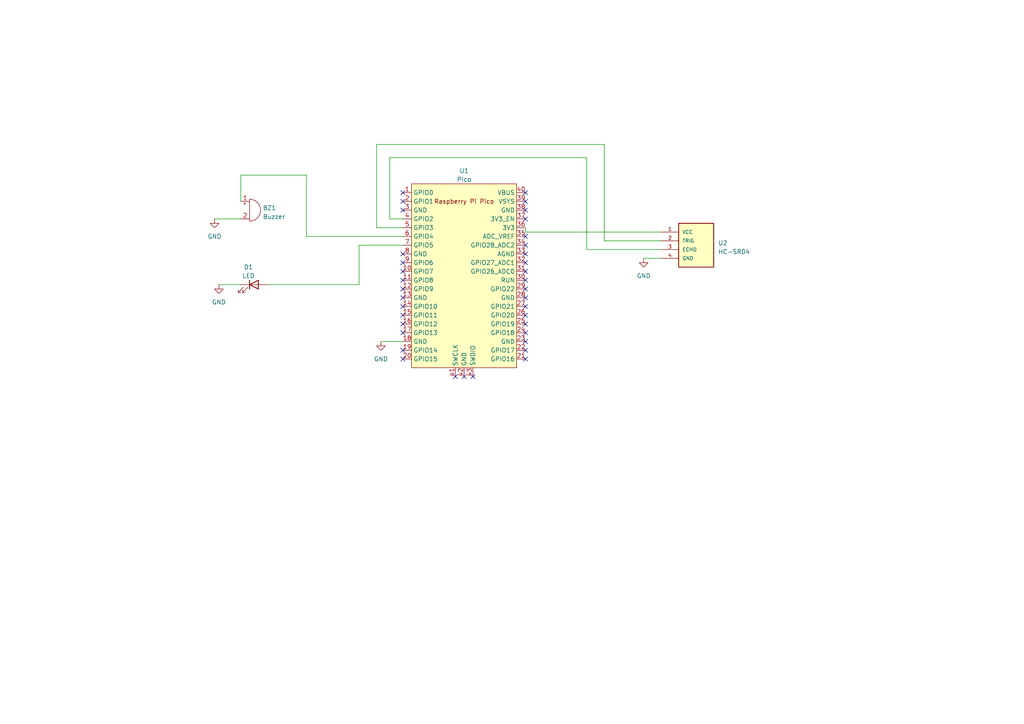
<source format=kicad_sch>
(kicad_sch (version 20230121) (generator eeschema)
  (paper "A4")
  (lib_symbols
    (symbol "Device:Buzzer" (pin_names (offset 0.0254) hide)
      (property "Reference" "BZ" (at 3.81 1.27 0))
      (property "Value" "Buzzer" (at 3.81 -1.27 0))
      (symbol "Buzzer_0_1"
        (arc (start 0 -3.175) (mid 3.1612 0) (end 0 3.175))
        (polyline (pts (xy -1.651 1.905) (xy -1.143 1.905)))
        (polyline (pts (xy -1.397 2.159) (xy -1.397 1.651)))
        (polyline (pts (xy 0 3.175) (xy 0 -3.175)))
      )
      (symbol "Buzzer_1_1"
        (pin passive line (at -2.54 2.54 0) (length 2.54) (name "-") (number "1"))
        (pin passive line (at -2.54 -2.54 0) (length 2.54) (name "+") (number "2"))
      )
    )
    (symbol "Device:LED" (pin_numbers hide) (pin_names (offset 1.016) hide)
      (property "Reference" "D" (at 0 2.54 0))
      (property "Value" "LED" (at 0 -2.54 0))
      (symbol "LED_0_1"
        (polyline (pts (xy -1.27 -1.27) (xy -1.27 1.27)) (stroke (width 0.254)))
        (polyline (pts (xy -1.27 0) (xy 1.27 0)))
        (polyline (pts (xy 1.27 -1.27) (xy 1.27 1.27) (xy -1.27 0) (xy 1.27 -1.27)) (stroke (width 0.254)))
        (polyline (pts (xy -3.048 -0.762) (xy -4.572 -2.286) (xy -3.81 -2.286) (xy -4.572 -2.286) (xy -4.572 -1.524)))
        (polyline (pts (xy -1.778 -0.762) (xy -3.302 -2.286) (xy -2.54 -2.286) (xy -3.302 -2.286) (xy -3.302 -1.524)))
      )
      (symbol "LED_1_1"
        (pin passive line (at -3.81 0 0) (length 2.54) (name "K") (number "1"))
        (pin passive line (at 3.81 0 180) (length 2.54) (name "A") (number "2"))
      )
    )
    (symbol "HC-SR04:HC-SR04" (pin_names (offset 1.016))
      (property "Reference" "U" (at 0 5.0813 0))
      (property "Value" "HC-SR04" (at 0 -10.163 0))
      (symbol "HC-SR04_0_0"
        (rectangle (start 0 -7.62) (end 10.16 5.08) (stroke (width 0.254)) (fill (type background)))
        (pin power_in line (at -5.08 2.54 0) (length 5.08) (name "VCC") (number "1"))
        (pin bidirectional line (at -5.08 0 0) (length 5.08) (name "TRIG") (number "2"))
        (pin bidirectional line (at -5.08 -2.54 0) (length 5.08) (name "ECHO") (number "3"))
        (pin power_in line (at -5.08 -5.08 0) (length 5.08) (name "GND") (number "4"))
      )
    )
    (symbol "MCU_RaspberryPi_and_Boards:Pico"
      (property "Reference" "U" (at -13.97 27.94 0))
      (property "Value" "Pico" (at 0 19.05 0))
      (symbol "Pico_0_0"
        (text "Raspberry Pi Pico" (at 0 21.59 0) (effects (font (size 1.27 1.27))))
      )
      (symbol "Pico_0_1"
        (rectangle (start -15.24 26.67) (end 15.24 -26.67) (fill (type background)))
      )
      (symbol "Pico_1_1"
        (pin bidirectional line (at -17.78 24.13 0) (length 2.54) (name "GPIO0") (number "1"))
        (pin bidirectional line (at -17.78 1.27 0) (length 2.54) (name "GPIO7") (number "10"))
        (pin bidirectional line (at -17.78 -1.27 0) (length 2.54) (name "GPIO8") (number "11"))
        (pin bidirectional line (at -17.78 -3.81 0) (length 2.54) (name "GPIO9") (number "12"))
        (pin power_in line (at -17.78 -6.35 0) (length 2.54) (name "GND") (number "13"))
        (pin bidirectional line (at -17.78 -8.89 0) (length 2.54) (name "GPIO10") (number "14"))
        (pin bidirectional line (at -17.78 -11.43 0) (length 2.54) (name "GPIO11") (number "15"))
        (pin bidirectional line (at -17.78 -13.97 0) (length 2.54) (name "GPIO12") (number "16"))
        (pin bidirectional line (at -17.78 -16.51 0) (length 2.54) (name "GPIO13") (number "17"))
        (pin power_in line (at -17.78 -19.05 0) (length 2.54) (name "GND") (number "18"))
        (pin bidirectional line (at -17.78 -21.59 0) (length 2.54) (name "GPIO14") (number "19"))
        (pin bidirectional line (at -17.78 21.59 0) (length 2.54) (name "GPIO1") (number "2"))
        (pin bidirectional line (at -17.78 -24.13 0) (length 2.54) (name "GPIO15") (number "20"))
        (pin bidirectional line (at 17.78 -24.13 180) (length 2.54) (name "GPIO16") (number "21"))
        (pin bidirectional line (at 17.78 -21.59 180) (length 2.54) (name "GPIO17") (number "22"))
        (pin power_in line (at 17.78 -19.05 180) (length 2.54) (name "GND") (number "23"))
        (pin bidirectional line (at 17.78 -16.51 180) (length 2.54) (name "GPIO18") (number "24"))
        (pin bidirectional line (at 17.78 -13.97 180) (length 2.54) (name "GPIO19") (number "25"))
        (pin bidirectional line (at 17.78 -11.43 180) (length 2.54) (name "GPIO20") (number "26"))
        (pin bidirectional line (at 17.78 -8.89 180) (length 2.54) (name "GPIO21") (number "27"))
        (pin power_in line (at 17.78 -6.35 180) (length 2.54) (name "GND") (number "28"))
        (pin bidirectional line (at 17.78 -3.81 180) (length 2.54) (name "GPIO22") (number "29"))
        (pin power_in line (at -17.78 19.05 0) (length 2.54) (name "GND") (number "3"))
        (pin input line (at 17.78 -1.27 180) (length 2.54) (name "RUN") (number "30"))
        (pin bidirectional line (at 17.78 1.27 180) (length 2.54) (name "GPIO26_ADC0") (number "31"))
        (pin bidirectional line (at 17.78 3.81 180) (length 2.54) (name "GPIO27_ADC1") (number "32"))
        (pin power_in line (at 17.78 6.35 180) (length 2.54) (name "AGND") (number "33"))
        (pin bidirectional line (at 17.78 8.89 180) (length 2.54) (name "GPIO28_ADC2") (number "34"))
        (pin power_in line (at 17.78 11.43 180) (length 2.54) (name "ADC_VREF") (number "35"))
        (pin power_in line (at 17.78 13.97 180) (length 2.54) (name "3V3") (number "36"))
        (pin input line (at 17.78 16.51 180) (length 2.54) (name "3V3_EN") (number "37"))
        (pin bidirectional line (at 17.78 19.05 180) (length 2.54) (name "GND") (number "38"))
        (pin power_in line (at 17.78 21.59 180) (length 2.54) (name "VSYS") (number "39"))
        (pin bidirectional line (at -17.78 16.51 0) (length 2.54) (name "GPIO2") (number "4"))
        (pin power_in line (at 17.78 24.13 180) (length 2.54) (name "VBUS") (number "40"))
        (pin input line (at -2.54 -29.21 90) (length 2.54) (name "SWCLK") (number "41"))
        (pin power_in line (at 0 -29.21 90) (length 2.54) (name "GND") (number "42"))
        (pin bidirectional line (at 2.54 -29.21 90) (length 2.54) (name "SWDIO") (number "43"))
        (pin bidirectional line (at -17.78 13.97 0) (length 2.54) (name "GPIO3") (number "5"))
        (pin bidirectional line (at -17.78 11.43 0) (length 2.54) (name "GPIO4") (number "6"))
        (pin bidirectional line (at -17.78 8.89 0) (length 2.54) (name "GPIO5") (number "7"))
        (pin power_in line (at -17.78 6.35 0) (length 2.54) (name "GND") (number "8"))
        (pin bidirectional line (at -17.78 3.81 0) (length 2.54) (name "GPIO6") (number "9"))
      )
    )
    (symbol "power:GND" (power) (pin_names (offset 0))
      (property "Value" "GND" (at 0 -3.81 0))
      (symbol "GND_0_1"
        (polyline (pts (xy 0 0) (xy 0 -1.27) (xy 1.27 -1.27) (xy 0 -2.54) (xy -1.27 -1.27) (xy 0 -1.27)))
      )
      (symbol "GND_1_1"
        (pin power_in line (at 0 0 270) (length 0) hide (name "GND") (number "1"))
      )
    )
  )
  (no_connect (at 152.4 86.36))
  (no_connect (at 137.16 109.22))
  (no_connect (at 152.4 76.2))
  (no_connect (at 152.4 71.12))
  (no_connect (at 152.4 68.58))
  (no_connect (at 116.84 104.14))
  (no_connect (at 116.84 73.66))
  (no_connect (at 152.4 83.82))
  (no_connect (at 152.4 93.98))
  (no_connect (at 152.4 60.96))
  (no_connect (at 116.84 55.88))
  (no_connect (at 152.4 91.44))
  (no_connect (at 152.4 81.28))
  (no_connect (at 134.62 109.22))
  (no_connect (at 116.84 93.98))
  (no_connect (at 152.4 78.74))
  (no_connect (at 116.84 91.44))
  (no_connect (at 152.4 58.42))
  (no_connect (at 116.84 96.52))
  (no_connect (at 152.4 96.52))
  (no_connect (at 152.4 73.66))
  (no_connect (at 152.4 104.14))
  (no_connect (at 116.84 60.96))
  (no_connect (at 116.84 58.42))
  (no_connect (at 152.4 88.9))
  (no_connect (at 116.84 83.82))
  (no_connect (at 116.84 76.2))
  (no_connect (at 132.08 109.22))
  (no_connect (at 152.4 63.5))
  (no_connect (at 152.4 55.88))
  (no_connect (at 116.84 88.9))
  (no_connect (at 152.4 99.06))
  (no_connect (at 116.84 101.6))
  (no_connect (at 116.84 86.36))
  (no_connect (at 116.84 78.74))
  (no_connect (at 116.84 81.28))
  (no_connect (at 152.4 101.6))
  (wire (pts (xy 175.26 69.85) (xy 175.26 41.91)))
  (wire (pts (xy 104.14 71.12) (xy 116.84 71.12)))
  (wire (pts (xy 152.4 67.31) (xy 152.4 66.04)))
  (wire (pts (xy 109.22 66.04) (xy 116.84 66.04)))
  (wire (pts (xy 77.47 82.55) (xy 104.14 82.55)))
  (wire (pts (xy 109.22 41.91) (xy 109.22 66.04)))
  (wire (pts (xy 104.14 82.55) (xy 104.14 71.12)))
  (wire (pts (xy 62.23 63.5) (xy 69.85 63.5)))
  (wire (pts (xy 152.4 67.31) (xy 191.77 67.31)))
  (wire (pts (xy 170.18 72.39) (xy 170.18 45.72)))
  (wire (pts (xy 88.9 68.58) (xy 116.84 68.58)))
  (wire (pts (xy 191.77 69.85) (xy 175.26 69.85)))
  (wire (pts (xy 110.49 99.06) (xy 116.84 99.06)))
  (wire (pts (xy 69.85 58.42) (xy 69.85 50.8)))
  (wire (pts (xy 175.26 41.91) (xy 109.22 41.91)))
  (wire (pts (xy 88.9 50.8) (xy 88.9 68.58)))
  (wire (pts (xy 186.69 74.93) (xy 191.77 74.93)))
  (wire (pts (xy 113.03 45.72) (xy 113.03 63.5)))
  (wire (pts (xy 69.85 50.8) (xy 88.9 50.8)))
  (wire (pts (xy 63.5 82.55) (xy 69.85 82.55)))
  (wire (pts (xy 191.77 72.39) (xy 170.18 72.39)))
  (wire (pts (xy 113.03 63.5) (xy 116.84 63.5)))
  (wire (pts (xy 170.18 45.72) (xy 113.03 45.72)))
  (symbol (lib_id "power:GND") (at 63.5 82.55 0) (unit 1)
    (property "Reference" "#PWR01" (effects hide))
    (property "Value" "GND" (at 63.5 87.63 0))
  )
  (symbol (lib_id "Device:Buzzer") (at 72.39 60.96 0) (unit 1)
    (property "Reference" "BZ1" (at 76.2 60.325 0) (effects (justify left)))
    (property "Value" "Buzzer" (at 76.2 62.865 0) (effects (justify left)))
    (property "Footprint" "Buzzer_Beeper:Buzzer_12x9.5RM7.6" (effects hide))
  )
  (symbol (lib_id "power:GND") (at 186.69 74.93 0) (unit 1)
    (property "Reference" "#PWR03" (effects hide))
    (property "Value" "GND" (at 186.69 80.01 0))
  )
  (symbol (lib_id "HC-SR04:HC-SR04") (at 196.85 69.85 0) (unit 1)
    (property "Reference" "U2" (at 208.28 70.485 0) (effects (justify left)))
    (property "Value" "HC-SR04" (at 208.28 73.025 0) (effects (justify left)))
    (property "Footprint" "XCVR_HC-SR04" (effects hide))
    (property "MF" "OSEPP Electronics" (effects hide))
    (property "Description" "\nMultiple Function Sensor Development Tools Ultrasonic Sensor Module\n" (effects hide))
    (property "Package" "None" (effects hide))
    (property "Price" "None" (effects hide))
    (property "Check_prices" "https://www.snapeda.com/parts/HC-SR04/Applied+Avionics/view-part/?ref=eda" (effects hide))
    (property "SnapEDA_Link" "https://www.snapeda.com/parts/HC-SR04/Applied+Avionics/view-part/?ref=snap" (effects hide))
    (property "MP" "HC-SR04" (effects hide))
    (property "Purchase-URL" "https://pricing.snapeda.com/search?q=HC-SR04&ref=eda" (effects hide))
    (property "Availability" "In Stock" (effects hide))
    (property "MANUFACTURER" "Osepp" (effects hide))
  )
  (symbol (lib_id "power:GND") (at 62.23 63.5 0) (unit 1)
    (property "Reference" "#PWR02" (effects hide))
    (property "Value" "GND" (at 62.23 68.58 0))
  )
  (symbol (lib_id "Device:LED") (at 73.66 82.55 0) (unit 1)
    (property "Reference" "D1" (at 72.0725 77.47 0))
    (property "Value" "LED" (at 72.0725 80.01 0))
    (property "Footprint" "LED_THT:LED_D5.0mm_Horizontal_O1.27mm_Z3.0mm" (effects hide))
  )
  (symbol (lib_id "power:GND") (at 110.49 99.06 0) (unit 1)
    (property "Reference" "#PWR04" (effects hide))
    (property "Value" "GND" (at 110.49 104.14 0))
  )
  (symbol (lib_id "MCU_RaspberryPi_and_Boards:Pico") (at 134.62 80.01 0) (unit 1)
    (property "Reference" "U1" (at 134.62 49.53 0))
    (property "Value" "Pico" (at 134.62 52.07 0))
    (property "Footprint" "RPi_Pico:RPi_Pico_SMD_TH" (effects hide))
  )
)
</source>
